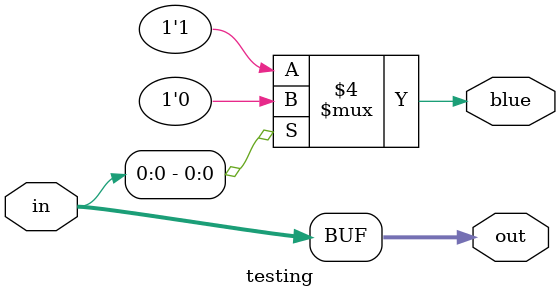
<source format=sv>
`default_nettype none
module testing (
  input logic [15:0] in, 
  output logic [15:0] out, 
  output logic blue
);
  assign out = in; 
  
  always_comb begin 
    if (~out[0]) begin 
      blue = 1'b1; 
    end else begin 
      blue = 1'b0; 
    end
  end

endmodule

</source>
